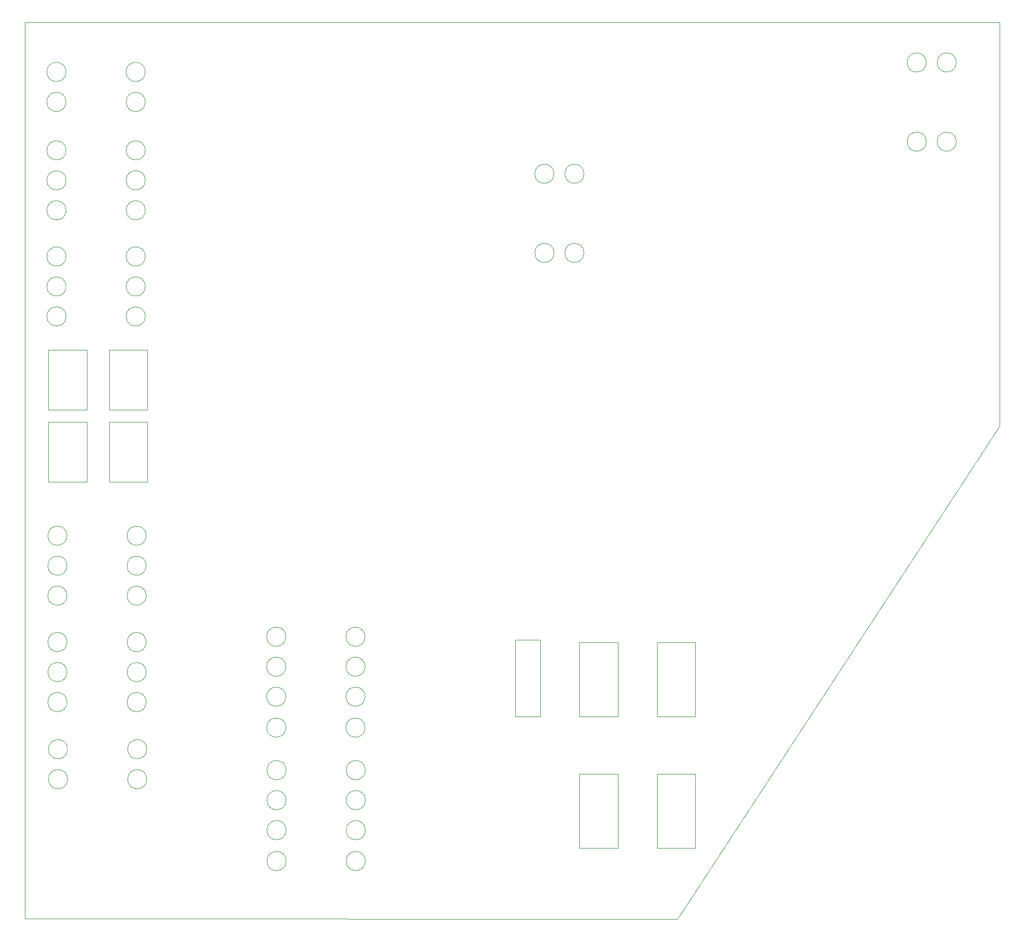
<source format=gbr>
%TF.GenerationSoftware,KiCad,Pcbnew,7.0.7-7.0.7~ubuntu22.04.1*%
%TF.CreationDate,2023-09-22T11:09:07-06:00*%
%TF.ProjectId,stepper_microscope_stage,73746570-7065-4725-9f6d-6963726f7363,1.1*%
%TF.SameCoordinates,Original*%
%TF.FileFunction,Profile,NP*%
%FSLAX46Y46*%
G04 Gerber Fmt 4.6, Leading zero omitted, Abs format (unit mm)*
G04 Created by KiCad (PCBNEW 7.0.7-7.0.7~ubuntu22.04.1) date 2023-09-22 11:09:07*
%MOMM*%
%LPD*%
G01*
G04 APERTURE LIST*
%TA.AperFunction,Profile*%
%ADD10C,0.100000*%
%TD*%
G04 APERTURE END LIST*
D10*
X39650000Y-27250000D02*
X202000000Y-27250000D01*
X39600000Y-176650000D02*
X148350000Y-176750000D01*
X39600000Y-176650000D02*
X39650000Y-27250000D01*
X202000000Y-94500000D02*
X148350000Y-176750000D01*
X144950000Y-152500000D02*
X151350000Y-152500000D01*
X151350000Y-164900000D01*
X144950000Y-164900000D01*
X144950000Y-152500000D01*
X132000000Y-152500000D02*
X138400000Y-152500000D01*
X138400000Y-164900000D01*
X132000000Y-164900000D01*
X132000000Y-152500000D01*
X121350000Y-130150000D02*
X125500000Y-130150000D01*
X125500000Y-142950000D01*
X121350000Y-142950000D01*
X121350000Y-130150000D01*
X144950000Y-130550000D02*
X151350000Y-130550000D01*
X151350000Y-142950000D01*
X144950000Y-142950000D01*
X144950000Y-130550000D01*
X132000000Y-130550000D02*
X138400000Y-130550000D01*
X138400000Y-142950000D01*
X132000000Y-142950000D01*
X132000000Y-130550000D01*
X53650000Y-93800000D02*
X60050000Y-93800000D01*
X60050000Y-103800000D01*
X53650000Y-103800000D01*
X53650000Y-93800000D01*
X43550000Y-93800000D02*
X49950000Y-93800000D01*
X49950000Y-103800000D01*
X43550000Y-103800000D01*
X43550000Y-93800000D01*
X53650000Y-81850000D02*
X60050000Y-81850000D01*
X60050000Y-91850000D01*
X53650000Y-91850000D01*
X53650000Y-81850000D01*
X43550000Y-81850000D02*
X49950000Y-81850000D01*
X49950000Y-91850000D01*
X43550000Y-91850000D01*
X43550000Y-81850000D01*
X46500000Y-53550000D02*
G75*
G03*
X46500000Y-53550000I-1600000J0D01*
G01*
X46650816Y-117795000D02*
G75*
G03*
X46650816Y-117795000I-1600000J0D01*
G01*
X96310000Y-134640000D02*
G75*
G03*
X96310000Y-134640000I-1600000J0D01*
G01*
X46750816Y-148395000D02*
G75*
G03*
X46750816Y-148395000I-1600000J0D01*
G01*
X59860816Y-135540000D02*
G75*
G03*
X59860816Y-135540000I-1600000J0D01*
G01*
X46660816Y-135540000D02*
G75*
G03*
X46660816Y-135540000I-1600000J0D01*
G01*
X46500000Y-76245000D02*
G75*
G03*
X46500000Y-76245000I-1600000J0D01*
G01*
X59850816Y-122795000D02*
G75*
G03*
X59850816Y-122795000I-1600000J0D01*
G01*
X96360000Y-167040000D02*
G75*
G03*
X96360000Y-167040000I-1600000J0D01*
G01*
X46650816Y-112795000D02*
G75*
G03*
X46650816Y-112795000I-1600000J0D01*
G01*
X46660816Y-130540000D02*
G75*
G03*
X46660816Y-130540000I-1600000J0D01*
G01*
X46500000Y-58550000D02*
G75*
G03*
X46500000Y-58550000I-1600000J0D01*
G01*
X127785000Y-52450000D02*
G75*
G03*
X127785000Y-52450000I-1600000J0D01*
G01*
X59700000Y-76245000D02*
G75*
G03*
X59700000Y-76245000I-1600000J0D01*
G01*
X59950816Y-153395000D02*
G75*
G03*
X59950816Y-153395000I-1600000J0D01*
G01*
X59700000Y-58550000D02*
G75*
G03*
X59700000Y-58550000I-1600000J0D01*
G01*
X59950816Y-148395000D02*
G75*
G03*
X59950816Y-148395000I-1600000J0D01*
G01*
X59850816Y-117795000D02*
G75*
G03*
X59850816Y-117795000I-1600000J0D01*
G01*
X59860816Y-130540000D02*
G75*
G03*
X59860816Y-130540000I-1600000J0D01*
G01*
X96360000Y-156890000D02*
G75*
G03*
X96360000Y-156890000I-1600000J0D01*
G01*
X83160000Y-151890000D02*
G75*
G03*
X83160000Y-151890000I-1600000J0D01*
G01*
X83160000Y-156890000D02*
G75*
G03*
X83160000Y-156890000I-1600000J0D01*
G01*
X83160000Y-167040000D02*
G75*
G03*
X83160000Y-167040000I-1600000J0D01*
G01*
X46500000Y-48550000D02*
G75*
G03*
X46500000Y-48550000I-1600000J0D01*
G01*
X46500000Y-66245000D02*
G75*
G03*
X46500000Y-66245000I-1600000J0D01*
G01*
X46500000Y-71245000D02*
G75*
G03*
X46500000Y-71245000I-1600000J0D01*
G01*
X59700000Y-53550000D02*
G75*
G03*
X59700000Y-53550000I-1600000J0D01*
G01*
X189815000Y-33900000D02*
G75*
G03*
X189815000Y-33900000I-1600000J0D01*
G01*
X83110000Y-139640000D02*
G75*
G03*
X83110000Y-139640000I-1600000J0D01*
G01*
X96360000Y-151890000D02*
G75*
G03*
X96360000Y-151890000I-1600000J0D01*
G01*
X189815000Y-47100000D02*
G75*
G03*
X189815000Y-47100000I-1600000J0D01*
G01*
X59700000Y-71245000D02*
G75*
G03*
X59700000Y-71245000I-1600000J0D01*
G01*
X46660816Y-140540000D02*
G75*
G03*
X46660816Y-140540000I-1600000J0D01*
G01*
X194815000Y-47100000D02*
G75*
G03*
X194815000Y-47100000I-1600000J0D01*
G01*
X132785000Y-65650000D02*
G75*
G03*
X132785000Y-65650000I-1600000J0D01*
G01*
X127785000Y-65650000D02*
G75*
G03*
X127785000Y-65650000I-1600000J0D01*
G01*
X59700000Y-66245000D02*
G75*
G03*
X59700000Y-66245000I-1600000J0D01*
G01*
X83160000Y-161890000D02*
G75*
G03*
X83160000Y-161890000I-1600000J0D01*
G01*
X96310000Y-139640000D02*
G75*
G03*
X96310000Y-139640000I-1600000J0D01*
G01*
X46490000Y-35480000D02*
G75*
G03*
X46490000Y-35480000I-1600000J0D01*
G01*
X46650816Y-122795000D02*
G75*
G03*
X46650816Y-122795000I-1600000J0D01*
G01*
X96360000Y-161890000D02*
G75*
G03*
X96360000Y-161890000I-1600000J0D01*
G01*
X194815000Y-33900000D02*
G75*
G03*
X194815000Y-33900000I-1600000J0D01*
G01*
X59850816Y-112795000D02*
G75*
G03*
X59850816Y-112795000I-1600000J0D01*
G01*
X96310000Y-129640000D02*
G75*
G03*
X96310000Y-129640000I-1600000J0D01*
G01*
X46750816Y-153395000D02*
G75*
G03*
X46750816Y-153395000I-1600000J0D01*
G01*
X96310000Y-144790000D02*
G75*
G03*
X96310000Y-144790000I-1600000J0D01*
G01*
X59700000Y-48550000D02*
G75*
G03*
X59700000Y-48550000I-1600000J0D01*
G01*
X46490000Y-40480000D02*
G75*
G03*
X46490000Y-40480000I-1600000J0D01*
G01*
X59860816Y-140540000D02*
G75*
G03*
X59860816Y-140540000I-1600000J0D01*
G01*
X83110000Y-129640000D02*
G75*
G03*
X83110000Y-129640000I-1600000J0D01*
G01*
X132785000Y-52450000D02*
G75*
G03*
X132785000Y-52450000I-1600000J0D01*
G01*
X59690000Y-35480000D02*
G75*
G03*
X59690000Y-35480000I-1600000J0D01*
G01*
X83110000Y-134640000D02*
G75*
G03*
X83110000Y-134640000I-1600000J0D01*
G01*
X59690000Y-40480000D02*
G75*
G03*
X59690000Y-40480000I-1600000J0D01*
G01*
X83110000Y-144790000D02*
G75*
G03*
X83110000Y-144790000I-1600000J0D01*
G01*
X202000000Y-94500000D02*
X202000000Y-27250000D01*
M02*

</source>
